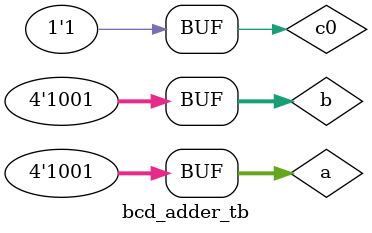
<source format=v>
module bcd_adder(input [3:0]a, input [3:0]b, input c0, output [3:0]s, output cout);
wire [3:0]z;
wire k, carry,c1;
wire [3:0]y;
assign c1=0;
adder_4bit m1(a, b, c0, z, k);
assign cout= k|z[3]&z[2]|z[3]&z[1];
assign y[0] =0;
assign y[3] =0;
assign y[2] =cout;
assign y[1] =cout;
//adder_4bit m2([3:0]y, [3:0]z, c1, [3:0]s, carry);
adder_4bit m2(y, z, c1, s, carry);

endmodule

module bcd_adder_tb();
reg [3:0]a; reg [3:0]b; reg c0; wire [3:0]s; wire cout;

bcd_adder u1(.a(a), .b(b), .c0(c0), .s(s), .cout(cout));

initial begin
	$dumpfile("bcd.vcd");
	$dumpvars(-1, u1);
end

initial begin
a=4'b0000;b=4'b0000;c0=1'b0;#10;
a=4'b0110;b=4'b1001;c0=1'b0;#10;
a=4'b0011;b=4'b0011;c0=1'b1;#10;
a=4'b0100;b=4'b0101;c0=1'b0;#10;
a=4'b1000;b=4'b0010;c0=1'b0;#10;
a=4'b1001;b=4'b1001;c0=1'b1;#10;
end
endmodule
</source>
